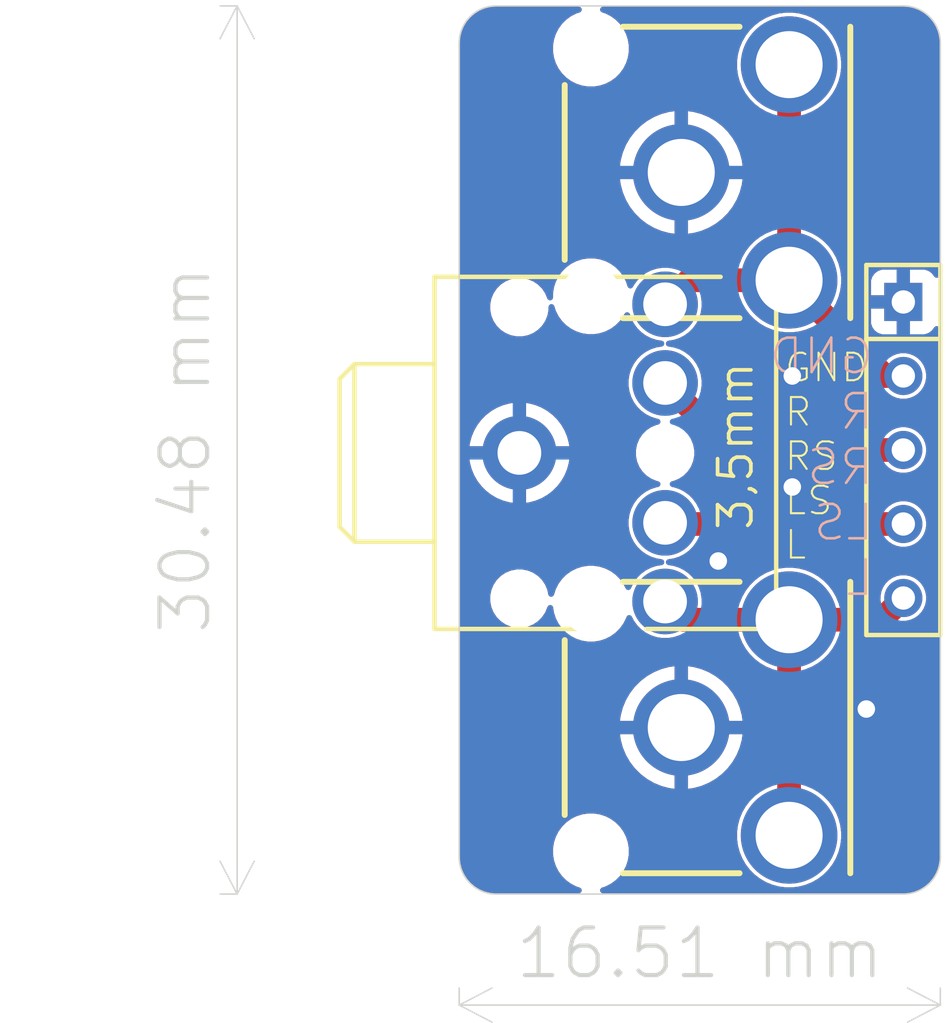
<source format=kicad_pcb>
(kicad_pcb (version 20241229) (generator "pcbnew") (generator_version "9.0")
  (layers (0 "F.Cu" signal) (2 "B.Cu" signal) (13 "F.Paste" user) (15 "B.Paste" user) (5 "F.SilkS" user "F.Silkscreen") (7 "B.SilkS" user "B.Silkscreen") (1 "F.Mask" user) (3 "B.Mask" user) (25 "Edge.Cuts" user))
  (net 0 "")
  (net 1 "GND")
  (net 2 "RIGHT")
  (net 3 "RS")
  (net 4 "LS")
  (net 5 "LEFT")
  (footprint "3.5mm_RCA_breakout:RCA" (layer "F.Cu") (at 147.8661 95.4786)
    (property "Reference" "LEFT0" (hide yes))
    (property "Value" "" (hide yes))
    (fp_line (start -4 -3) (end -4 3) (stroke (width 0.2032)) (layer "F.SilkS"))
    (fp_line (start -2 -5) (end 2 -5) (stroke (width 0.2032)) (layer "F.SilkS"))
    (fp_line (start -2 5) (end 2 5) (stroke (width 0.2032)) (layer "F.SilkS"))
    (fp_line (start 5.8 -5) (end 5.8 5) (stroke (width 0.2032)) (layer "F.SilkS"))
    (pad "" np_thru_hole circle (at -3.1 -4.25) (size 2.1 2.1) (drill 2.1) (layers "*.Cu" "*.Mask"))
    (pad "" np_thru_hole circle (at -3.1 4.25) (size 2.1 2.1) (drill 2.1) (layers "*.Cu" "*.Mask"))
    (pad "PIN" thru_hole circle (at 3.7 -3.7) (size 3.316 3.316) (drill 2.3) (layers "*.Cu" "*.Mask") (net 2 "RIGHT"))
    (pad "SHELL" thru_hole circle (at 0 0) (size 3.316 3.316) (drill 2.3) (layers "*.Cu" "*.Mask") (net 1 "GND"))
    (pad "SWITCH" thru_hole circle (at 3.7 3.7) (size 3.316 3.316) (drill 2.3) (layers "*.Cu" "*.Mask") (net 2 "RIGHT"))
  )
  (footprint "3.5mm_RCA_breakout:M1X5" (layer "F.Cu") (at 155.4861 105.0036 -90)
    (property "Reference" "J1" (hide yes))
    (property "Value" "CON_HEADER_1X05-PTH" (hide yes))
    (fp_line (start -6.35 1.27) (end -6.35 -1.27) (stroke (width 0.1524)) (layer "F.SilkS"))
    (fp_line (start -3.81 1.27) (end -6.35 1.27) (stroke (width 0.1524)) (layer "F.SilkS"))
    (fp_line (start -3.81 1.27) (end -3.81 -1.27) (stroke (width 0.1524)) (layer "F.SilkS"))
    (fp_line (start 6.35 1.27) (end -3.81 1.27) (stroke (width 0.1524)) (layer "F.SilkS"))
    (fp_line (start -6.35 -1.27) (end -3.81 -1.27) (stroke (width 0.1524)) (layer "F.SilkS"))
    (fp_line (start -3.81 -1.27) (end 6.35 -1.27) (stroke (width 0.1524)) (layer "F.SilkS"))
    (fp_line (start 6.35 -1.27) (end 6.35 1.27) (stroke (width 0.1524)) (layer "F.SilkS"))
    (pad "1" thru_hole rect (at -5.08 0 270) (size 1.308 1.308) (drill 0.8) (layers "*.Cu" "*.Mask") (net 1 "GND"))
    (pad "2" thru_hole circle (at -2.54 0 270) (size 1.308 1.308) (drill 0.8) (layers "*.Cu" "*.Mask") (net 2 "RIGHT"))
    (pad "3" thru_hole circle (at 0 0 270) (size 1.308 1.308) (drill 0.8) (layers "*.Cu" "*.Mask") (net 3 "RS"))
    (pad "4" thru_hole circle (at 2.54 0 270) (size 1.308 1.308) (drill 0.8) (layers "*.Cu" "*.Mask") (net 4 "LS"))
    (pad "5" thru_hole circle (at 5.08 0 270) (size 1.308 1.308) (drill 0.8) (layers "*.Cu" "*.Mask") (net 5 "LEFT"))
  )
  (footprint "3.5mm_RCA_breakout:RCA" (layer "F.Cu") (at 147.8661 114.5286)
    (property "Reference" "RIGHT0" (hide yes))
    (property "Value" "" (hide yes))
    (fp_line (start -4 -3) (end -4 3) (stroke (width 0.2032)) (layer "F.SilkS"))
    (fp_line (start -2 -5) (end 2 -5) (stroke (width 0.2032)) (layer "F.SilkS"))
    (fp_line (start -2 5) (end 2 5) (stroke (width 0.2032)) (layer "F.SilkS"))
    (fp_line (start 5.8 -5) (end 5.8 5) (stroke (width 0.2032)) (layer "F.SilkS"))
    (pad "" np_thru_hole circle (at -3.1 -4.25) (size 2.1 2.1) (drill 2.1) (layers "*.Cu" "*.Mask"))
    (pad "" np_thru_hole circle (at -3.1 4.25) (size 2.1 2.1) (drill 2.1) (layers "*.Cu" "*.Mask"))
    (pad "PIN" thru_hole circle (at 3.7 -3.7) (size 3.316 3.316) (drill 2.3) (layers "*.Cu" "*.Mask") (net 5 "LEFT"))
    (pad "SHELL" thru_hole circle (at 0 0) (size 3.316 3.316) (drill 2.3) (layers "*.Cu" "*.Mask") (net 1 "GND"))
    (pad "SWITCH" thru_hole circle (at 3.7 3.7) (size 3.316 3.316) (drill 2.3) (layers "*.Cu" "*.Mask") (net 5 "LEFT"))
  )
  (footprint "3.5mm_RCA_breakout:STX3100" (layer "F.Cu") (at 139.6111 105.0036)
    (property "Reference" "UNK3.5MM0" (hide yes))
    (property "Value" "")
    (fp_line (start -3.468 2.64) (end -3.468 -2.44) (stroke (width 0.1524)) (layer "F.SilkS"))
    (fp_line (start -2.96 -2.948) (end -3.468 -2.44) (stroke (width 0.1524)) (layer "F.SilkS"))
    (fp_line (start -2.96 3.148) (end -3.468 2.64) (stroke (width 0.1524)) (layer "F.SilkS"))
    (fp_line (start -2.96 3.148) (end -2.96 -2.948) (stroke (width 0.1524)) (layer "F.SilkS"))
    (fp_line (start -2.96 3.148) (end -0.212 3.148) (stroke (width 0.1524)) (layer "F.SilkS"))
    (fp_line (start -0.212 -2.948) (end -2.96 -2.948) (stroke (width 0.1524)) (layer "F.SilkS"))
    (fp_line (start -0.212 -2.948) (end -0.212 -5.942) (stroke (width 0.1524)) (layer "F.SilkS"))
    (fp_line (start -0.212 3.148) (end -0.212 -2.948) (stroke (width 0.1524)) (layer "F.SilkS"))
    (fp_line (start -0.212 6.142) (end -0.212 3.148) (stroke (width 0.1524)) (layer "F.SilkS"))
    (fp_line (start -0.212 6.142) (end 4.906 6.142) (stroke (width 0.1524)) (layer "F.SilkS"))
    (fp_line (start 7.065 6.142) (end 11.512 6.142) (stroke (width 0.1524)) (layer "F.SilkS"))
    (fp_line (start 9.605 -5.942) (end -0.212 -5.942) (stroke (width 0.1524)) (layer "F.SilkS"))
    (fp_line (start 11.512 -5.942) (end 11.51 -5.942) (stroke (width 0.1524)) (layer "F.SilkS"))
    (fp_line (start 11.512 -5.942) (end 11.512 6.142) (stroke (width 0.1524)) (layer "F.SilkS"))
    (fp_text user "3,5mm" (at 10.79 2.831 90) (layer "F.SilkS") (effects (font (size 1.143 1.143) (thickness 0.127)) (justify left bottom)))
    (pad "" np_thru_hole circle (at 2.7 -4.9) (size 1.5 1.5) (drill 1.5) (layers "*.Cu" "*.Mask"))
    (pad "" np_thru_hole circle (at 2.7 5.1) (size 1.5 1.5) (drill 1.5) (layers "*.Cu" "*.Mask"))
    (pad "" np_thru_hole circle (at 7.7 0.1) (size 1.5 1.5) (drill 1.5) (layers "*.Cu" "*.Mask"))
    (pad "1" thru_hole circle (at 2.7 0.1) (size 2.54 2.54) (drill 1.5) (layers "*.Cu" "*.Mask") (net 1 "GND"))
    (pad "2" thru_hole circle (at 7.7 -5) (size 2.25 2.25) (drill 1.5) (layers "*.Cu" "*.Mask") (net 2 "RIGHT"))
    (pad "3" thru_hole circle (at 7.7 -2.3) (size 2.25 2.25) (drill 1.5) (layers "*.Cu" "*.Mask") (net 3 "RS"))
    (pad "4" thru_hole circle (at 7.7 2.5) (size 2.25 2.25) (drill 1.5) (layers "*.Cu" "*.Mask") (net 4 "LS"))
    (pad "5" thru_hole circle (at 7.7 5.2) (size 2.25 2.25) (drill 1.5) (layers "*.Cu" "*.Mask") (net 5 "LEFT"))
  )
  (gr_arc (start 140.2461 91.0336) (mid 140.618074 90.135574) (end 141.5161 89.7636) (stroke (width 0.05)) (layer "Edge.Cuts"))
  (gr_line (start 140.2461 118.9736) (end 140.2461 91.0336) (stroke (width 0.05)) (layer "Edge.Cuts"))
  (gr_arc (start 141.5161 120.2436) (mid 140.618074 119.871626) (end 140.2461 118.9736) (stroke (width 0.05)) (layer "Edge.Cuts"))
  (gr_line (start 155.4861 120.2436) (end 141.5161 120.2436) (stroke (width 0.05)) (layer "Edge.Cuts"))
  (gr_line (start 156.7561 91.0336) (end 156.7561 118.9736) (stroke (width 0.05)) (layer "Edge.Cuts"))
  (gr_line (start 141.5161 89.7636) (end 155.4861 89.7636) (stroke (width 0.05)) (layer "Edge.Cuts"))
  (gr_arc (start 156.7561 118.9736) (mid 156.384126 119.871626) (end 155.4861 120.2436) (stroke (width 0.05)) (layer "Edge.Cuts"))
  (gr_arc (start 155.4861 89.7636) (mid 156.384126 90.135574) (end 156.7561 91.0336) (stroke (width 0.05)) (layer "Edge.Cuts"))
  (gr_text "GND\nR\nRS\nLS\nL" (at 151.3586 108.8136 0) (layer "F.SilkS") (effects (font (size 0.94488 0.94488) (thickness 0.07112)) (justify left bottom)))
  (gr_text "GND\nR\nRS\nLS\nL" (at 154.5336 110.0836 -0) (layer "B.SilkS") (effects (font (size 1.1811 1.1811) (thickness 0.0889)) (justify left bottom mirror)))
  (dimension (type aligned) (layer "Edge.Cuts") (pts (xy 140.2461 124.0536) (xy 156.7561 124.0536)) (height 0) (format (prefix "") (suffix "") (units 2) (units_format 1) (precision 2)) (style (thickness 0.05) (arrow_length 1.27) (text_position_mode 0) (arrow_direction outward) (extension_height 0.58642) (extension_offset 0) (keep_text_aligned yes)) (gr_text "16.51 mm" (at 148.5011 122.2756 0) (layer "Edge.Cuts") (effects (font (size 1.63576 1.63576) (thickness 0.14224)))))
  (dimension (type aligned) (layer "Edge.Cuts") (pts (xy 132.6261 120.2436) (xy 132.6261 89.7636)) (height 0) (format (prefix "") (suffix "") (units 2) (units_format 1) (precision 2)) (style (thickness 0.05) (arrow_length 1.27) (text_position_mode 0) (arrow_direction outward) (extension_height 0.58642) (extension_offset 0) (keep_text_aligned yes)) (gr_text "30.48 mm" (at 130.8481 105.0036 90) (layer "Edge.Cuts") (effects (font (size 1.63576 1.63576) (thickness 0.14224)))))
  (via (at 151.6761 106.2736) (size 0.9048) (drill 0.6) (layers "F.Cu" "B.Cu") (net 1))
  (via (at 151.6761 102.4636) (size 0.9048) (drill 0.6) (layers "F.Cu" "B.Cu") (net 1))
  (via (at 149.1361 108.8136) (size 0.9048) (drill 0.6) (layers "F.Cu" "B.Cu") (net 1))
  (via (at 154.2161 113.8936) (size 0.9048) (drill 0.6) (layers "F.Cu" "B.Cu") (net 1))
  (segment (start 151.5661 99.1786) (end 148.1361 99.1786) (width 0.8128) (layer "F.Cu") (net 2))
  (segment (start 154.8511 102.4636) (end 151.5661 99.1786) (width 0.8128) (layer "F.Cu") (net 2))
  (segment (start 148.1361 99.1786) (end 147.3111 100.0036) (width 0.8128) (layer "F.Cu") (net 2))
  (segment (start 151.5661 99.1786) (end 151.5661 91.7786) (width 0.8128) (layer "F.Cu") (net 2))
  (segment (start 155.4861 102.4636) (end 154.8511 102.4636) (width 0.8128) (layer "F.Cu") (net 2))
  (segment (start 155.4861 105.0036) (end 149.6111 105.0036) (width 0.8128) (layer "F.Cu") (net 3))
  (segment (start 149.6111 105.0036) (end 147.3111 102.7036) (width 0.8128) (layer "F.Cu") (net 3))
  (segment (start 155.4861 107.5436) (end 147.3511 107.5436) (width 0.8128) (layer "F.Cu") (net 4))
  (segment (start 147.3511 107.5436) (end 147.3111 107.5036) (width 0.8128) (layer "F.Cu") (net 4))
  (segment (start 151.5661 110.8286) (end 151.5661 118.2286) (width 0.8128) (layer "F.Cu") (net 5))
  (segment (start 147.9361 110.8286) (end 147.3111 110.2036) (width 0.8128) (layer "F.Cu") (net 5))
  (segment (start 154.7411 110.8286) (end 151.5661 110.8286) (width 0.8128) (layer "F.Cu") (net 5))
  (segment (start 151.5661 110.8286) (end 147.9361 110.8286) (width 0.8128) (layer "F.Cu") (net 5))
  (segment (start 155.4861 110.0836) (end 154.7411 110.8286) (width 0.8128) (layer "F.Cu") (net 5))
  (zone (net 1) (net_name "GND") (layer "F.Cu") (priority 6) (connect_pads (clearance 0.000001)) (min_thickness 0.2032) (fill yes (thermal_gap 0.4564) (thermal_bridge_width 0.4564))
    (polygon (pts (xy 156.9593 120.4468) (xy 140.0429 120.4468) (xy 140.0429 89.5604) (xy 156.9593 89.5604)))
  )
  (zone (net 1) (net_name "GND") (layer "B.Cu") (priority 6) (connect_pads (clearance 0.000001)) (min_thickness 0.2032) (fill yes (thermal_gap 0.4564) (thermal_bridge_width 0.4564))
    (polygon (pts (xy 156.9593 120.4468) (xy 140.0429 120.4468) (xy 140.0429 89.5604) (xy 156.9593 89.5604)))
  )
)
</source>
